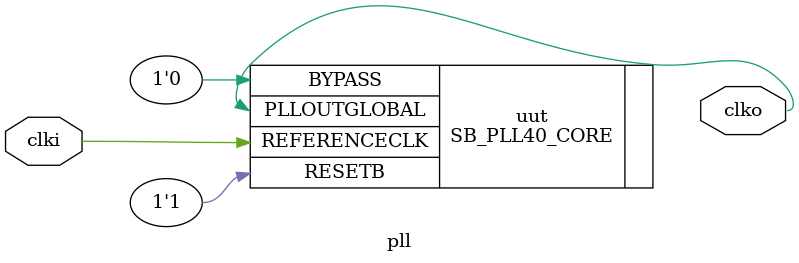
<source format=v>
module pll(input clki, output clko);
    parameter CLK_DIVR = 0;
    parameter CLK_DIVF = 0;

    SB_PLL40_CORE #(
        .FEEDBACK_PATH("PHASE_AND_DELAY"),
        .DELAY_ADJUSTMENT_MODE_FEEDBACK("FIXED"),
        .DELAY_ADJUSTMENT_MODE_RELATIVE("FIXED"),
        .PLLOUT_SELECT("SHIFTREG_0deg"),
        .SHIFTREG_DIV_MODE(1'b0),
        .FDA_FEEDBACK(4'h0),
        .FDA_RELATIVE(4'h0),
        .DIVR(CLK_DIVR),
        .DIVF(CLK_DIVF),
        .DIVQ(3'h0),
        .FILTER_RANGE(3'b001),
    ) uut (
        .REFERENCECLK   (clki),
        .PLLOUTGLOBAL   (clko),
        .BYPASS         (1'b0),
        .RESETB         (1'b1)
    );

endmodule

</source>
